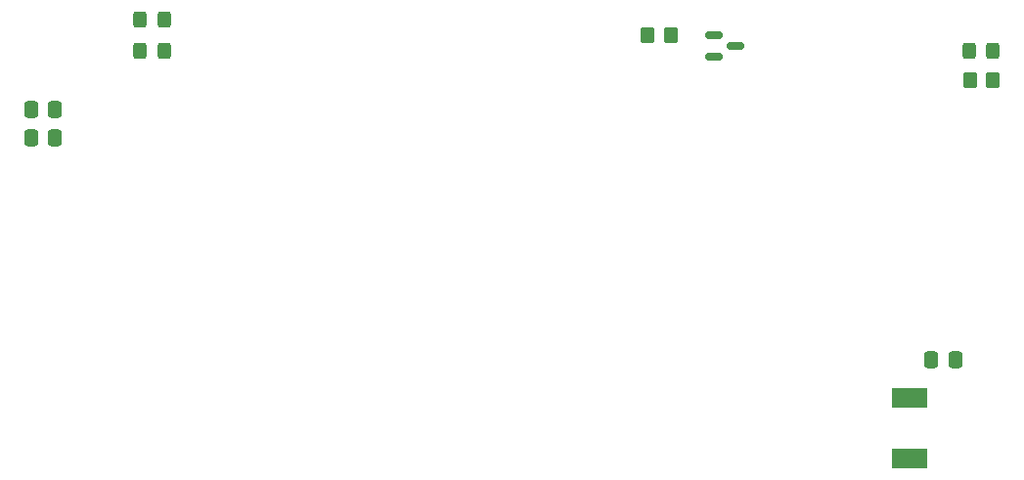
<source format=gbr>
%TF.GenerationSoftware,KiCad,Pcbnew,9.0.0*%
%TF.CreationDate,2025-04-23T05:04:15-04:00*%
%TF.ProjectId,W4MLB_Band_Display_V2,57344d4c-425f-4426-916e-645f44697370,1.0*%
%TF.SameCoordinates,Original*%
%TF.FileFunction,Paste,Top*%
%TF.FilePolarity,Positive*%
%FSLAX46Y46*%
G04 Gerber Fmt 4.6, Leading zero omitted, Abs format (unit mm)*
G04 Created by KiCad (PCBNEW 9.0.0) date 2025-04-23 05:04:15*
%MOMM*%
%LPD*%
G01*
G04 APERTURE LIST*
G04 Aperture macros list*
%AMRoundRect*
0 Rectangle with rounded corners*
0 $1 Rounding radius*
0 $2 $3 $4 $5 $6 $7 $8 $9 X,Y pos of 4 corners*
0 Add a 4 corners polygon primitive as box body*
4,1,4,$2,$3,$4,$5,$6,$7,$8,$9,$2,$3,0*
0 Add four circle primitives for the rounded corners*
1,1,$1+$1,$2,$3*
1,1,$1+$1,$4,$5*
1,1,$1+$1,$6,$7*
1,1,$1+$1,$8,$9*
0 Add four rect primitives between the rounded corners*
20,1,$1+$1,$2,$3,$4,$5,0*
20,1,$1+$1,$4,$5,$6,$7,0*
20,1,$1+$1,$6,$7,$8,$9,0*
20,1,$1+$1,$8,$9,$2,$3,0*%
G04 Aperture macros list end*
%ADD10RoundRect,0.250000X-0.350000X-0.450000X0.350000X-0.450000X0.350000X0.450000X-0.350000X0.450000X0*%
%ADD11RoundRect,0.250000X0.325000X0.450000X-0.325000X0.450000X-0.325000X-0.450000X0.325000X-0.450000X0*%
%ADD12RoundRect,0.250000X-0.337500X-0.475000X0.337500X-0.475000X0.337500X0.475000X-0.337500X0.475000X0*%
%ADD13RoundRect,0.150000X-0.587500X-0.150000X0.587500X-0.150000X0.587500X0.150000X-0.587500X0.150000X0*%
%ADD14R,3.150000X1.780000*%
G04 APERTURE END LIST*
D10*
%TO.C,R1*%
X207750000Y-77000000D03*
X205750000Y-77000000D03*
%TD*%
D11*
%TO.C,D3*%
X205700000Y-74500000D03*
X207750000Y-74500000D03*
%TD*%
D10*
%TO.C,R2*%
X177862500Y-73100000D03*
X179862500Y-73100000D03*
%TD*%
D12*
%TO.C,C1*%
X202425000Y-101250000D03*
X204500000Y-101250000D03*
%TD*%
D11*
%TO.C,D1*%
X136000000Y-71750000D03*
X133950000Y-71750000D03*
%TD*%
D13*
%TO.C,Q1*%
X183625000Y-73100000D03*
X183625000Y-75000000D03*
X185500000Y-74050000D03*
%TD*%
D14*
%TO.C,F1*%
X200500000Y-109750000D03*
X200500000Y-104520000D03*
%TD*%
D11*
%TO.C,D2*%
X136000000Y-74500000D03*
X133950000Y-74500000D03*
%TD*%
D12*
%TO.C,C3*%
X124500000Y-82000000D03*
X126575000Y-82000000D03*
%TD*%
%TO.C,C4*%
X124500000Y-79500000D03*
X126575000Y-79500000D03*
%TD*%
M02*

</source>
